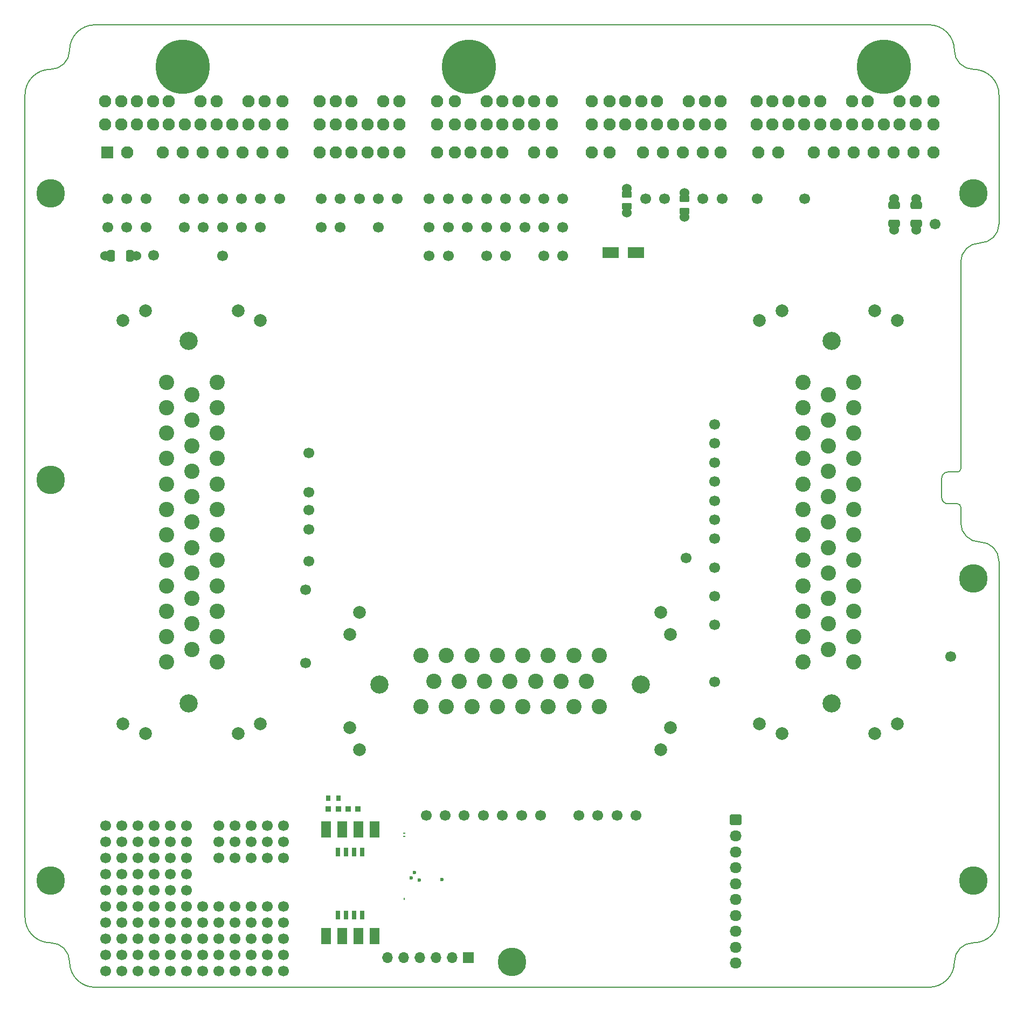
<source format=gts>
%TF.GenerationSoftware,KiCad,Pcbnew,(5.99.0-12439-g94954386e6)*%
%TF.CreationDate,2021-10-03T01:37:18+03:00*%
%TF.ProjectId,proteus125honda,70726f74-6575-4733-9132-35686f6e6461,rev?*%
%TF.SameCoordinates,Original*%
%TF.FileFunction,Soldermask,Top*%
%TF.FilePolarity,Negative*%
%FSLAX46Y46*%
G04 Gerber Fmt 4.6, Leading zero omitted, Abs format (unit mm)*
G04 Created by KiCad (PCBNEW (5.99.0-12439-g94954386e6)) date 2021-10-03 01:37:18*
%MOMM*%
%LPD*%
G01*
G04 APERTURE LIST*
G04 Aperture macros list*
%AMRoundRect*
0 Rectangle with rounded corners*
0 $1 Rounding radius*
0 $2 $3 $4 $5 $6 $7 $8 $9 X,Y pos of 4 corners*
0 Add a 4 corners polygon primitive as box body*
4,1,4,$2,$3,$4,$5,$6,$7,$8,$9,$2,$3,0*
0 Add four circle primitives for the rounded corners*
1,1,$1+$1,$2,$3*
1,1,$1+$1,$4,$5*
1,1,$1+$1,$6,$7*
1,1,$1+$1,$8,$9*
0 Add four rect primitives between the rounded corners*
20,1,$1+$1,$2,$3,$4,$5,0*
20,1,$1+$1,$4,$5,$6,$7,0*
20,1,$1+$1,$6,$7,$8,$9,0*
20,1,$1+$1,$8,$9,$2,$3,0*%
G04 Aperture macros list end*
%TA.AperFunction,Profile*%
%ADD10C,0.200000*%
%TD*%
%ADD11RoundRect,0.250000X-0.675000X0.600000X-0.675000X-0.600000X0.675000X-0.600000X0.675000X0.600000X0*%
%ADD12O,1.850000X1.700000*%
%ADD13C,1.700000*%
%ADD14RoundRect,0.070000X-0.280000X-0.390000X0.280000X-0.390000X0.280000X0.390000X-0.280000X0.390000X0*%
%ADD15C,1.524000*%
%ADD16RoundRect,0.230000X-0.670000X-0.345000X0.670000X-0.345000X0.670000X0.345000X-0.670000X0.345000X0*%
%ADD17O,0.250000X0.499999*%
%ADD18O,0.499999X0.250000*%
%ADD19C,0.599999*%
%ADD20C,4.500000*%
%ADD21RoundRect,0.100000X-0.625000X0.400000X-0.625000X-0.400000X0.625000X-0.400000X0.625000X0.400000X0*%
%ADD22R,1.700000X1.700000*%
%ADD23O,1.700000X1.700000*%
%ADD24RoundRect,0.085000X0.340000X0.340000X-0.340000X0.340000X-0.340000X-0.340000X0.340000X-0.340000X0*%
%ADD25R,2.500000X1.800000*%
%ADD26C,2.850000*%
%ADD27C,2.000000*%
%ADD28C,2.400000*%
%ADD29RoundRect,0.230000X0.345000X-0.670000X0.345000X0.670000X-0.345000X0.670000X-0.345000X-0.670000X0*%
%ADD30C,1.950000*%
%ADD31R,1.950000X1.950000*%
%ADD32C,8.500000*%
%ADD33RoundRect,0.085000X-0.340000X-0.340000X0.340000X-0.340000X0.340000X0.340000X-0.340000X0.340000X0*%
%ADD34R,0.690000X1.350000*%
%ADD35R,1.520000X2.540000*%
G04 APERTURE END LIST*
D10*
X99000001Y-73500001D02*
G75*
G03*
X102000000Y-70500000I-1J3000000D01*
G01*
X248000000Y-97800000D02*
X248000000Y-77500000D01*
X101999996Y-213800002D02*
G75*
G03*
X105999998Y-217800000I4000000J2D01*
G01*
X106000000Y-66500000D02*
X237000000Y-66500000D01*
X244000002Y-210799998D02*
G75*
G03*
X248000000Y-206800000I0J3999998D01*
G01*
X241500000Y-141800000D02*
X240000000Y-141800000D01*
X106000000Y-217800000D02*
X237000000Y-217800000D01*
X239000003Y-140800003D02*
G75*
G03*
X240000000Y-141800000I999997J0D01*
G01*
X98999996Y-210799998D02*
G75*
G02*
X94999998Y-206800000I0J3999998D01*
G01*
X239000000Y-140800000D02*
X239000000Y-137800000D01*
X242000000Y-103800000D02*
G75*
G02*
X245000000Y-100800000I3000000J0D01*
G01*
X244000000Y-210800000D02*
G75*
G03*
X241000000Y-213800000I0J-3000000D01*
G01*
X101999997Y-70499999D02*
G75*
G02*
X106000000Y-66500000I4000001J-2D01*
G01*
X94999998Y-206800000D02*
X95000000Y-77500000D01*
X241000003Y-70499999D02*
G75*
G03*
X237000000Y-66500000I-4000001J-2D01*
G01*
X245000000Y-147800000D02*
G75*
G02*
X248000000Y-150800000I0J-3000000D01*
G01*
X240000000Y-136800000D02*
X241500000Y-136800000D01*
X98999998Y-210800000D02*
G75*
G02*
X101999998Y-213800000I0J-3000000D01*
G01*
X243999999Y-73500001D02*
G75*
G02*
X241000000Y-70500000I1J3000000D01*
G01*
X241500001Y-141799999D02*
G75*
G02*
X242000000Y-142300000I-1J-500000D01*
G01*
X241500001Y-136799999D02*
G75*
G03*
X242000000Y-136300000I0J499999D01*
G01*
X238999997Y-137799997D02*
G75*
G02*
X240000000Y-136800000I1000000J-3D01*
G01*
X242000000Y-136300000D02*
X242000000Y-103800000D01*
X242000000Y-144800000D02*
X242000000Y-142300000D01*
X245000000Y-100800000D02*
G75*
G03*
X248000000Y-97800000I0J3000000D01*
G01*
X241000002Y-213800002D02*
G75*
G02*
X237000000Y-217800000I-4000000J2D01*
G01*
X98999999Y-73500001D02*
G75*
G03*
X95000000Y-77500000I0J-3999999D01*
G01*
X242000000Y-144800000D02*
G75*
G03*
X245000000Y-147800000I3000000J0D01*
G01*
X248000000Y-206800000D02*
X248000000Y-150800000D01*
X244000001Y-73500001D02*
G75*
G02*
X248000000Y-77500000I0J-3999999D01*
G01*
D11*
%TO.C,J2*%
X206600000Y-191500000D03*
D12*
X206600000Y-194000000D03*
X206600000Y-196500000D03*
X206600000Y-199000000D03*
X206600000Y-201500000D03*
X206600000Y-204000000D03*
X206600000Y-206500000D03*
X206600000Y-209000000D03*
X206600000Y-211500000D03*
X206600000Y-214000000D03*
%TD*%
D13*
%TO.C,P69*%
X203349999Y-147300000D03*
%TD*%
%TO.C,P12*%
X167500000Y-93800000D03*
%TD*%
%TO.C,P51*%
X126000000Y-102800000D03*
%TD*%
%TO.C,P86*%
X139549999Y-133800000D03*
%TD*%
%TO.C,P32*%
X147500000Y-93800000D03*
%TD*%
%TO.C,G7*%
X115320000Y-202560000D03*
X115320000Y-200020000D03*
X115320000Y-197480000D03*
X115320000Y-194940000D03*
X115320000Y-192400000D03*
X117860000Y-202560000D03*
X117860000Y-200020000D03*
X117860000Y-197480000D03*
X117860000Y-194940000D03*
X117860000Y-192400000D03*
X120400000Y-202560000D03*
X120400000Y-200020000D03*
X120400000Y-197480000D03*
X120400000Y-194940000D03*
X120400000Y-192400000D03*
%TD*%
%TO.C,P79*%
X176000000Y-190800000D03*
%TD*%
%TO.C,P40*%
X135000000Y-93800000D03*
%TD*%
D14*
%TO.C,R1*%
X142616013Y-188063001D03*
X144216013Y-188063001D03*
%TD*%
D13*
%TO.C,P80*%
X188000000Y-190800000D03*
%TD*%
%TO.C,P50*%
X132000000Y-98300000D03*
%TD*%
%TO.C,P24*%
X179500000Y-102800000D03*
%TD*%
D15*
%TO.C,F2*%
X231500000Y-93850000D03*
D16*
X231500000Y-94849990D03*
X231500000Y-97750010D03*
D15*
X231500000Y-98750000D03*
%TD*%
D17*
%TO.C,M2*%
X154556666Y-203937494D03*
D18*
X154606664Y-193587500D03*
X154606664Y-194087501D03*
D19*
X155656662Y-200637498D03*
X156181662Y-199762496D03*
X156931660Y-200937500D03*
X160481661Y-200862497D03*
%TD*%
D13*
%TO.C,P71*%
X203349999Y-156300000D03*
%TD*%
%TO.C,P60*%
X203349999Y-160800000D03*
%TD*%
%TO.C,G2*%
X107700000Y-202560000D03*
X107700000Y-200020000D03*
X107700000Y-197480000D03*
X107700000Y-194940000D03*
X107700000Y-192400000D03*
X110240000Y-202560000D03*
X110240000Y-200020000D03*
X110240000Y-197480000D03*
X110240000Y-194940000D03*
X110240000Y-192400000D03*
X112780000Y-202560000D03*
X112780000Y-200020000D03*
X112780000Y-197480000D03*
X112780000Y-194940000D03*
X112780000Y-192400000D03*
%TD*%
%TO.C,P83*%
X173000000Y-190800000D03*
%TD*%
%TO.C,G5*%
X135640000Y-197480000D03*
X133100000Y-197480000D03*
X130560000Y-197480000D03*
X128020000Y-197480000D03*
X125480000Y-197480000D03*
X135640000Y-194940000D03*
X133100000Y-194940000D03*
X130560000Y-194940000D03*
X128020000Y-194940000D03*
X125480000Y-194940000D03*
X135640000Y-192400000D03*
X133100000Y-192400000D03*
X130560000Y-192400000D03*
X128020000Y-192400000D03*
X125480000Y-192400000D03*
%TD*%
%TO.C,P16*%
X179500000Y-98300000D03*
%TD*%
%TO.C,P11*%
X170500000Y-93800000D03*
%TD*%
%TO.C,P65*%
X203349999Y-135300000D03*
%TD*%
%TO.C,P19*%
X170500000Y-98300000D03*
%TD*%
%TO.C,P78*%
X185000000Y-190800000D03*
%TD*%
D20*
%TO.C,J9*%
X99050000Y-93000000D03*
%TD*%
D13*
%TO.C,P66*%
X203349999Y-138300000D03*
%TD*%
%TO.C,P21*%
X164500000Y-98300000D03*
%TD*%
%TO.C,P1*%
X238000000Y-97800000D03*
%TD*%
%TO.C,P82*%
X182000000Y-190800000D03*
%TD*%
%TO.C,P38*%
X141500000Y-98300000D03*
%TD*%
%TO.C,P94*%
X139049999Y-155300000D03*
%TD*%
D16*
%TO.C,F1*%
X235000000Y-94849990D03*
D15*
X235000000Y-93850000D03*
X235000000Y-98750000D03*
D16*
X235000000Y-97750010D03*
%TD*%
D13*
%TO.C,P73*%
X158000000Y-190800000D03*
%TD*%
D21*
%TO.C,R2*%
X198600000Y-93849999D03*
D15*
X198600000Y-92895000D03*
X198600000Y-96705000D03*
D21*
X198600000Y-95750021D03*
%TD*%
D13*
%TO.C,P81*%
X191000000Y-190800000D03*
%TD*%
%TO.C,P29*%
X161500000Y-102800000D03*
%TD*%
D20*
%TO.C,J13*%
X99050000Y-201000000D03*
%TD*%
D13*
%TO.C,P9*%
X179500000Y-93800000D03*
%TD*%
%TO.C,P53*%
X120000000Y-98300000D03*
%TD*%
%TO.C,P27*%
X170500000Y-102800000D03*
%TD*%
%TO.C,P37*%
X144500000Y-98300000D03*
%TD*%
%TO.C,P43*%
X129000000Y-98300000D03*
%TD*%
D20*
%TO.C,J10*%
X171500000Y-213850000D03*
%TD*%
D13*
%TO.C,P44*%
X126000000Y-93800000D03*
%TD*%
D20*
%TO.C,J8*%
X243950000Y-153500000D03*
%TD*%
D13*
%TO.C,P3*%
X210000000Y-93800000D03*
%TD*%
D22*
%TO.C,J3*%
X164660000Y-213100000D03*
D23*
X162120000Y-213100000D03*
X159580000Y-213100000D03*
X157040000Y-213100000D03*
X154500000Y-213100000D03*
X151960000Y-213100000D03*
%TD*%
D13*
%TO.C,P92*%
X111000000Y-93800000D03*
%TD*%
%TO.C,P89*%
X192500000Y-93800000D03*
%TD*%
%TO.C,P8*%
X195500000Y-93800000D03*
%TD*%
D24*
%TO.C,C2*%
X144216014Y-189763001D03*
X142636012Y-189763001D03*
%TD*%
D13*
%TO.C,P74*%
X167000000Y-190800000D03*
%TD*%
%TO.C,P42*%
X129000000Y-93800000D03*
%TD*%
%TO.C,P6*%
X204500000Y-93800000D03*
%TD*%
%TO.C,P31*%
X150500000Y-93800000D03*
%TD*%
%TO.C,P67*%
X203349999Y-141300000D03*
%TD*%
%TO.C,P57*%
X203300000Y-129300000D03*
%TD*%
%TO.C,P35*%
X153500000Y-93800000D03*
%TD*%
%TO.C,P13*%
X164500000Y-93800000D03*
%TD*%
%TO.C,P46*%
X120000000Y-93800000D03*
%TD*%
%TO.C,P10*%
X176500000Y-93800000D03*
%TD*%
%TO.C,P72*%
X203349999Y-169800000D03*
%TD*%
%TO.C,P15*%
X158500000Y-93800000D03*
%TD*%
%TO.C,P61*%
X203349999Y-151800000D03*
%TD*%
%TO.C,P95*%
X139549999Y-150800000D03*
%TD*%
%TO.C,P26*%
X173500000Y-98300000D03*
%TD*%
%TO.C,P36*%
X150500000Y-98300000D03*
%TD*%
%TO.C,G1*%
X122940001Y-215260000D03*
X122940001Y-212720000D03*
X122940001Y-210180000D03*
X122940001Y-207640000D03*
X122940001Y-205100000D03*
X125480001Y-215260000D03*
X125480001Y-212720000D03*
X125480001Y-210180000D03*
X125480001Y-207640000D03*
X125480001Y-205100000D03*
X128020001Y-215260000D03*
X128020001Y-212720000D03*
X128020001Y-210180000D03*
X128020001Y-207640000D03*
X128020001Y-205100000D03*
%TD*%
%TO.C,P49*%
X108000000Y-93800000D03*
%TD*%
%TO.C,P96*%
X139049999Y-166800000D03*
%TD*%
%TO.C,G8*%
X107700000Y-215260000D03*
X107700000Y-212720000D03*
X107700000Y-210180000D03*
X107700000Y-207640000D03*
X107700000Y-205100000D03*
X110240000Y-215260000D03*
X110240000Y-212720000D03*
X110240000Y-210180000D03*
X110240000Y-207640000D03*
X110240000Y-205100000D03*
X112780000Y-215260000D03*
X112780000Y-212720000D03*
X112780000Y-210180000D03*
X112780000Y-207640000D03*
X112780000Y-205100000D03*
%TD*%
%TO.C,P18*%
X173500000Y-93800000D03*
%TD*%
%TO.C,P30*%
X158500000Y-102800000D03*
%TD*%
%TO.C,P88*%
X139549999Y-139950000D03*
%TD*%
%TO.C,G4*%
X115320000Y-215259999D03*
X115320000Y-212719999D03*
X115320000Y-210179999D03*
X115320000Y-207639999D03*
X115320000Y-205099999D03*
X117860000Y-215259999D03*
X117860000Y-212719999D03*
X117860000Y-210179999D03*
X117860000Y-207639999D03*
X117860000Y-205099999D03*
X120400000Y-215259999D03*
X120400000Y-212719999D03*
X120400000Y-210179999D03*
X120400000Y-207639999D03*
X120400000Y-205099999D03*
%TD*%
%TO.C,P17*%
X176500000Y-98300000D03*
%TD*%
%TO.C,P75*%
X170000000Y-190800000D03*
%TD*%
%TO.C,P45*%
X123000000Y-93800000D03*
%TD*%
%TO.C,P14*%
X161500000Y-93800000D03*
%TD*%
D20*
%TO.C,J11*%
X243950000Y-93000000D03*
%TD*%
D15*
%TO.C,R3*%
X189500000Y-92195000D03*
D21*
X189500000Y-93149999D03*
X189500000Y-95050021D03*
D15*
X189500000Y-96005000D03*
%TD*%
D13*
%TO.C,P76*%
X161000000Y-190800000D03*
%TD*%
%TO.C,P90*%
X108000000Y-98300000D03*
%TD*%
%TO.C,P91*%
X126000000Y-98300000D03*
%TD*%
%TO.C,P58*%
X240400000Y-165800000D03*
%TD*%
%TO.C,P20*%
X167500000Y-98300000D03*
%TD*%
D25*
%TO.C,D1*%
X191000000Y-102300000D03*
X187000000Y-102300000D03*
%TD*%
D20*
%TO.C,J7*%
X99050000Y-138000000D03*
%TD*%
D26*
%TO.C,BRD1*%
X191700000Y-170175000D03*
D27*
X232000000Y-176375000D03*
X128500000Y-177875000D03*
X110400000Y-112975000D03*
X228500000Y-111475000D03*
X196400000Y-162375000D03*
X228500000Y-177875000D03*
X210400000Y-176375000D03*
X113900000Y-111475000D03*
X147500000Y-158875000D03*
X132000000Y-176375000D03*
X146000000Y-162375000D03*
X132000000Y-112975000D03*
X194900000Y-158875000D03*
X210400000Y-112975000D03*
D26*
X150700000Y-170175000D03*
D27*
X128500000Y-111475000D03*
X113900000Y-177875000D03*
X110400000Y-176375000D03*
X213900000Y-111475000D03*
X147500000Y-180475000D03*
X194900000Y-180475000D03*
D26*
X120700000Y-173175000D03*
X120700000Y-116175000D03*
X221700000Y-116175000D03*
D27*
X232000000Y-112975000D03*
X213900000Y-177875000D03*
X146000000Y-176975000D03*
D26*
X221700000Y-173175000D03*
D27*
X196400000Y-176975000D03*
D28*
X225200000Y-166675000D03*
X225200000Y-162675000D03*
X225200000Y-158675000D03*
X225200000Y-154675000D03*
X225200000Y-150675000D03*
X225200000Y-146675000D03*
X225200000Y-142675000D03*
X225200000Y-138675000D03*
X225200000Y-134675000D03*
X225200000Y-130675000D03*
X225200000Y-126675000D03*
X225200000Y-122675000D03*
X221200000Y-164675000D03*
X221200000Y-160675000D03*
X221200000Y-156675000D03*
X221200000Y-152675000D03*
X221200000Y-148675000D03*
X221200000Y-144675000D03*
X221200000Y-140675000D03*
X221200000Y-136675000D03*
X221200000Y-132675000D03*
X221200000Y-128675000D03*
X221200000Y-124675000D03*
X217200000Y-166675000D03*
X217200000Y-162675000D03*
X217200000Y-158675000D03*
X217200000Y-154675000D03*
X217200000Y-150675000D03*
X217200000Y-146675000D03*
X217200000Y-142675000D03*
X217200000Y-138675000D03*
X217200000Y-134675000D03*
X217200000Y-130675000D03*
X217200000Y-126675000D03*
X217200000Y-122675000D03*
X157200000Y-173675000D03*
X161200000Y-173675000D03*
X165200000Y-173675000D03*
X169200000Y-173675000D03*
X173200000Y-173675000D03*
X177200000Y-173675000D03*
X181200000Y-173675000D03*
X185200000Y-173675000D03*
X159200000Y-169675000D03*
X163200000Y-169675000D03*
X167200000Y-169675000D03*
X171200000Y-169675000D03*
X175200000Y-169675000D03*
X179200000Y-169675000D03*
X183200000Y-169675000D03*
X157200000Y-165675000D03*
X161200000Y-165675000D03*
X165200000Y-165675000D03*
X169200000Y-165675000D03*
X173200000Y-165675000D03*
X177200000Y-165675000D03*
X181200000Y-165675000D03*
X185200000Y-165675000D03*
X117200000Y-122675000D03*
X117200000Y-126675000D03*
X117200000Y-130675000D03*
X117200000Y-134675000D03*
X117200000Y-138675000D03*
X117200000Y-142675000D03*
X117200000Y-146675000D03*
X117200000Y-150675000D03*
X117200000Y-154675000D03*
X117200000Y-158675000D03*
X117200000Y-162675000D03*
X117200000Y-166675000D03*
X121200000Y-124675000D03*
X121200000Y-128675000D03*
X121200000Y-132675000D03*
X121200000Y-136675000D03*
X121200000Y-140675000D03*
X121200000Y-144675000D03*
X121200000Y-148675000D03*
X121200000Y-152675000D03*
X121200000Y-156675000D03*
X121200000Y-160675000D03*
X121200000Y-164675000D03*
X125200000Y-122675000D03*
X125200000Y-126675000D03*
X125200000Y-130675000D03*
X125200000Y-134675000D03*
X125200000Y-138675000D03*
X125200000Y-142675000D03*
X125200000Y-146675000D03*
X125200000Y-150675000D03*
X125200000Y-154675000D03*
X125200000Y-158675000D03*
X125200000Y-162675000D03*
X125200000Y-166675000D03*
%TD*%
D13*
%TO.C,P87*%
X139549999Y-142800000D03*
%TD*%
%TO.C,P7*%
X201500000Y-93800000D03*
%TD*%
%TO.C,P55*%
X115200000Y-102700000D03*
%TD*%
%TO.C,P77*%
X164000000Y-190800000D03*
%TD*%
%TO.C,P52*%
X123000000Y-98300000D03*
%TD*%
%TO.C,P25*%
X176500000Y-102800000D03*
%TD*%
%TO.C,P93*%
X139549999Y-145800000D03*
%TD*%
%TO.C,P70*%
X198849999Y-150300000D03*
%TD*%
%TO.C,P22*%
X161500000Y-98300000D03*
%TD*%
%TO.C,P2*%
X217500000Y-93800000D03*
%TD*%
D29*
%TO.C,F3*%
X108549990Y-102800000D03*
D15*
X107550000Y-102800000D03*
D29*
X111450010Y-102800000D03*
D15*
X112450000Y-102800000D03*
%TD*%
D13*
%TO.C,P34*%
X141500000Y-93800000D03*
%TD*%
%TO.C,P28*%
X167500000Y-102800000D03*
%TD*%
%TO.C,P41*%
X132000000Y-93800000D03*
%TD*%
D20*
%TO.C,J12*%
X243950000Y-201000000D03*
%TD*%
D30*
%TO.C,J1*%
X237700000Y-86550000D03*
X234570000Y-86550000D03*
X231440000Y-86550000D03*
X228310000Y-86550000D03*
X225180000Y-86550000D03*
X222050000Y-86550000D03*
X218920000Y-86550000D03*
X213330000Y-86550000D03*
X210200000Y-86550000D03*
X237700000Y-82150000D03*
X234900000Y-82150000D03*
X232400000Y-82150000D03*
X229900000Y-82150000D03*
X227400000Y-82150000D03*
X224900000Y-82150000D03*
X222400000Y-82150000D03*
X219900000Y-82150000D03*
X217400000Y-82150000D03*
X214900000Y-82150000D03*
X212400000Y-82150000D03*
X209900000Y-82150000D03*
X237700000Y-78550000D03*
X234900000Y-78550000D03*
X232400000Y-78550000D03*
X227400000Y-78550000D03*
X224900000Y-78550000D03*
X219900000Y-78550000D03*
X217400000Y-78550000D03*
X214900000Y-78550000D03*
X212400000Y-78550000D03*
X209900000Y-78550000D03*
X204300000Y-86550000D03*
X201500000Y-86550000D03*
X198370000Y-86550000D03*
X195240000Y-86550000D03*
X192110000Y-86550000D03*
X186800000Y-86550000D03*
X184000000Y-86550000D03*
X204300000Y-82150000D03*
X201800000Y-82150000D03*
X199300000Y-82150000D03*
X196800000Y-82150000D03*
X194300000Y-82150000D03*
X191800000Y-82150000D03*
X189300000Y-82150000D03*
X186800000Y-82150000D03*
X184000000Y-82150000D03*
X204300000Y-78550000D03*
X201800000Y-78550000D03*
X199300000Y-78550000D03*
X194300000Y-78550000D03*
X191800000Y-78550000D03*
X189300000Y-78550000D03*
X186800000Y-78550000D03*
X184000000Y-78550000D03*
X177800000Y-86550000D03*
X175000000Y-86550000D03*
X170000000Y-86550000D03*
X167500000Y-86550000D03*
X165000000Y-86550000D03*
X162500000Y-86550000D03*
X159700000Y-86550000D03*
X177800000Y-82150000D03*
X175000000Y-82150000D03*
X172500000Y-82150000D03*
X170000000Y-82150000D03*
X167500000Y-82150000D03*
X165000000Y-82150000D03*
X162500000Y-82150000D03*
X159700000Y-82150000D03*
X177800000Y-78550000D03*
X175000000Y-78550000D03*
X172500000Y-78550000D03*
X170000000Y-78550000D03*
X167500000Y-78550000D03*
X162500000Y-78550000D03*
X159700000Y-78550000D03*
X153800000Y-86550000D03*
X151300000Y-86550000D03*
X148800000Y-86550000D03*
X146300000Y-86550000D03*
X143800000Y-86550000D03*
X141300000Y-86550000D03*
X153800000Y-82150000D03*
X151300000Y-82150000D03*
X148800000Y-82150000D03*
X146300000Y-82150000D03*
X143800000Y-82150000D03*
X141300000Y-82150000D03*
X153800000Y-78550000D03*
X151300000Y-78550000D03*
X146300000Y-78550000D03*
X143800000Y-78550000D03*
X141300000Y-78550000D03*
X135400000Y-86550000D03*
X132270000Y-86550000D03*
X129140000Y-86550000D03*
X126010000Y-86550000D03*
X122880000Y-86550000D03*
X119750000Y-86550000D03*
X116620000Y-86550000D03*
X111030000Y-86550000D03*
D31*
X107900000Y-86550000D03*
D30*
X135400000Y-82150000D03*
X132600000Y-82150000D03*
X130100000Y-82150000D03*
X127600000Y-82150000D03*
X125100000Y-82150000D03*
X122600000Y-82150000D03*
X120100000Y-82150000D03*
X117600000Y-82150000D03*
X115100000Y-82150000D03*
X112600000Y-82150000D03*
X110100000Y-82150000D03*
X107600000Y-82150000D03*
X135400000Y-78550000D03*
X132600000Y-78550000D03*
X130100000Y-78550000D03*
X125100000Y-78550000D03*
X122600000Y-78550000D03*
X117600000Y-78550000D03*
X115100000Y-78550000D03*
X112600000Y-78550000D03*
X110100000Y-78550000D03*
X107600000Y-78550000D03*
D32*
X119800000Y-73100000D03*
X164700000Y-73100000D03*
X229900000Y-73100000D03*
%TD*%
D13*
%TO.C,P68*%
X203349999Y-144300000D03*
%TD*%
D33*
%TO.C,C1*%
X145726013Y-189763001D03*
X147306015Y-189763001D03*
%TD*%
D13*
%TO.C,P54*%
X114000000Y-98300000D03*
%TD*%
%TO.C,G3*%
X130560000Y-215259999D03*
X130560000Y-212719999D03*
X130560000Y-210179999D03*
X130560000Y-207639999D03*
X130560000Y-205099999D03*
X133100000Y-215259999D03*
X133100000Y-212719999D03*
X133100000Y-210179999D03*
X133100000Y-207639999D03*
X133100000Y-205099999D03*
X135640000Y-215259999D03*
X135640000Y-212719999D03*
X135640000Y-210179999D03*
X135640000Y-207639999D03*
X135640000Y-205099999D03*
%TD*%
D34*
%TO.C,U1*%
X148005000Y-196574000D03*
D35*
X149905000Y-193018000D03*
D34*
X146735000Y-196574000D03*
D35*
X147365000Y-193018000D03*
X144825000Y-193018000D03*
D34*
X145465000Y-196574000D03*
D35*
X142285000Y-193018000D03*
D34*
X144195000Y-196574000D03*
D35*
X142285000Y-209782000D03*
D34*
X144195000Y-206416500D03*
X145465000Y-206416500D03*
D35*
X144825000Y-209782000D03*
D34*
X146735000Y-206416500D03*
D35*
X147365000Y-209782000D03*
D34*
X148005000Y-206416500D03*
D35*
X149905000Y-209782000D03*
%TD*%
D13*
%TO.C,P48*%
X111000000Y-98300000D03*
%TD*%
%TO.C,P56*%
X203300000Y-132300000D03*
%TD*%
%TO.C,P23*%
X158500000Y-98300000D03*
%TD*%
%TO.C,P33*%
X144500000Y-93800000D03*
%TD*%
%TO.C,P47*%
X114000000Y-93800000D03*
%TD*%
M02*

</source>
